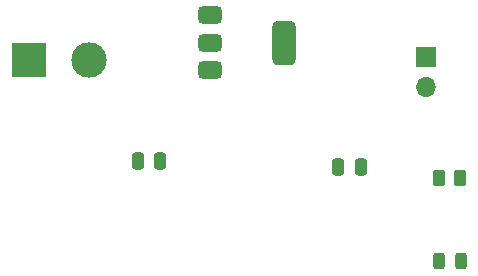
<source format=gbr>
%TF.GenerationSoftware,KiCad,Pcbnew,8.0.5*%
%TF.CreationDate,2026-01-17T19:17:13+05:30*%
%TF.ProjectId,5V_to_3V3_Power_Module,35565f74-6f5f-4335-9633-5f506f776572,rev?*%
%TF.SameCoordinates,Original*%
%TF.FileFunction,Soldermask,Top*%
%TF.FilePolarity,Negative*%
%FSLAX46Y46*%
G04 Gerber Fmt 4.6, Leading zero omitted, Abs format (unit mm)*
G04 Created by KiCad (PCBNEW 8.0.5) date 2026-01-17 19:17:13*
%MOMM*%
%LPD*%
G01*
G04 APERTURE LIST*
G04 Aperture macros list*
%AMRoundRect*
0 Rectangle with rounded corners*
0 $1 Rounding radius*
0 $2 $3 $4 $5 $6 $7 $8 $9 X,Y pos of 4 corners*
0 Add a 4 corners polygon primitive as box body*
4,1,4,$2,$3,$4,$5,$6,$7,$8,$9,$2,$3,0*
0 Add four circle primitives for the rounded corners*
1,1,$1+$1,$2,$3*
1,1,$1+$1,$4,$5*
1,1,$1+$1,$6,$7*
1,1,$1+$1,$8,$9*
0 Add four rect primitives between the rounded corners*
20,1,$1+$1,$2,$3,$4,$5,0*
20,1,$1+$1,$4,$5,$6,$7,0*
20,1,$1+$1,$6,$7,$8,$9,0*
20,1,$1+$1,$8,$9,$2,$3,0*%
G04 Aperture macros list end*
%ADD10RoundRect,0.250000X-0.250000X-0.475000X0.250000X-0.475000X0.250000X0.475000X-0.250000X0.475000X0*%
%ADD11RoundRect,0.375000X-0.625000X-0.375000X0.625000X-0.375000X0.625000X0.375000X-0.625000X0.375000X0*%
%ADD12RoundRect,0.500000X-0.500000X-1.400000X0.500000X-1.400000X0.500000X1.400000X-0.500000X1.400000X0*%
%ADD13R,3.000000X3.000000*%
%ADD14C,3.000000*%
%ADD15RoundRect,0.243750X-0.243750X-0.456250X0.243750X-0.456250X0.243750X0.456250X-0.243750X0.456250X0*%
%ADD16RoundRect,0.250000X-0.262500X-0.450000X0.262500X-0.450000X0.262500X0.450000X-0.262500X0.450000X0*%
%ADD17R,1.700000X1.700000*%
%ADD18O,1.700000X1.700000*%
G04 APERTURE END LIST*
D10*
%TO.C,C2*%
X166600000Y-83500000D03*
X168500000Y-83500000D03*
%TD*%
%TO.C,C1*%
X149600000Y-83000000D03*
X151500000Y-83000000D03*
%TD*%
D11*
%TO.C,U1*%
X155700000Y-70700000D03*
X155700000Y-73000000D03*
D12*
X162000000Y-73000000D03*
D11*
X155700000Y-75300000D03*
%TD*%
D13*
%TO.C,J1*%
X140420000Y-74500000D03*
D14*
X145500000Y-74500000D03*
%TD*%
D15*
%TO.C,D1*%
X175125000Y-91500000D03*
X177000000Y-91500000D03*
%TD*%
D16*
%TO.C,R1*%
X175087500Y-84500000D03*
X176912500Y-84500000D03*
%TD*%
D17*
%TO.C,J2*%
X174025000Y-74250000D03*
D18*
X174025000Y-76790000D03*
%TD*%
M02*

</source>
